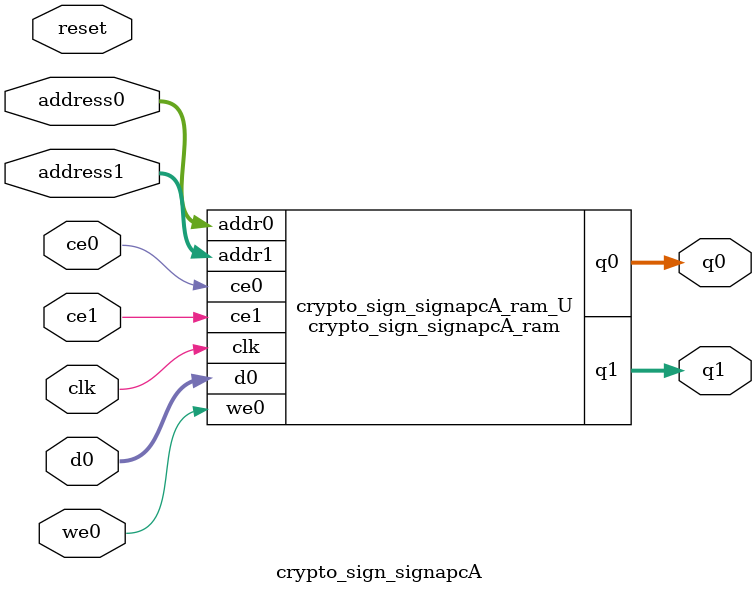
<source format=v>
`timescale 1 ns / 1 ps
module crypto_sign_signapcA_ram (addr0, ce0, d0, we0, q0, addr1, ce1, q1,  clk);

parameter DWIDTH = 32;
parameter AWIDTH = 10;
parameter MEM_SIZE = 1024;

input[AWIDTH-1:0] addr0;
input ce0;
input[DWIDTH-1:0] d0;
input we0;
output reg[DWIDTH-1:0] q0;
input[AWIDTH-1:0] addr1;
input ce1;
output reg[DWIDTH-1:0] q1;
input clk;

(* ram_style = "block" *)reg [DWIDTH-1:0] ram[0:MEM_SIZE-1];




always @(posedge clk)  
begin 
    if (ce0) begin
        if (we0) 
            ram[addr0] <= d0; 
        q0 <= ram[addr0];
    end
end


always @(posedge clk)  
begin 
    if (ce1) begin
        q1 <= ram[addr1];
    end
end


endmodule

`timescale 1 ns / 1 ps
module crypto_sign_signapcA(
    reset,
    clk,
    address0,
    ce0,
    we0,
    d0,
    q0,
    address1,
    ce1,
    q1);

parameter DataWidth = 32'd32;
parameter AddressRange = 32'd1024;
parameter AddressWidth = 32'd10;
input reset;
input clk;
input[AddressWidth - 1:0] address0;
input ce0;
input we0;
input[DataWidth - 1:0] d0;
output[DataWidth - 1:0] q0;
input[AddressWidth - 1:0] address1;
input ce1;
output[DataWidth - 1:0] q1;



crypto_sign_signapcA_ram crypto_sign_signapcA_ram_U(
    .clk( clk ),
    .addr0( address0 ),
    .ce0( ce0 ),
    .we0( we0 ),
    .d0( d0 ),
    .q0( q0 ),
    .addr1( address1 ),
    .ce1( ce1 ),
    .q1( q1 ));

endmodule


</source>
